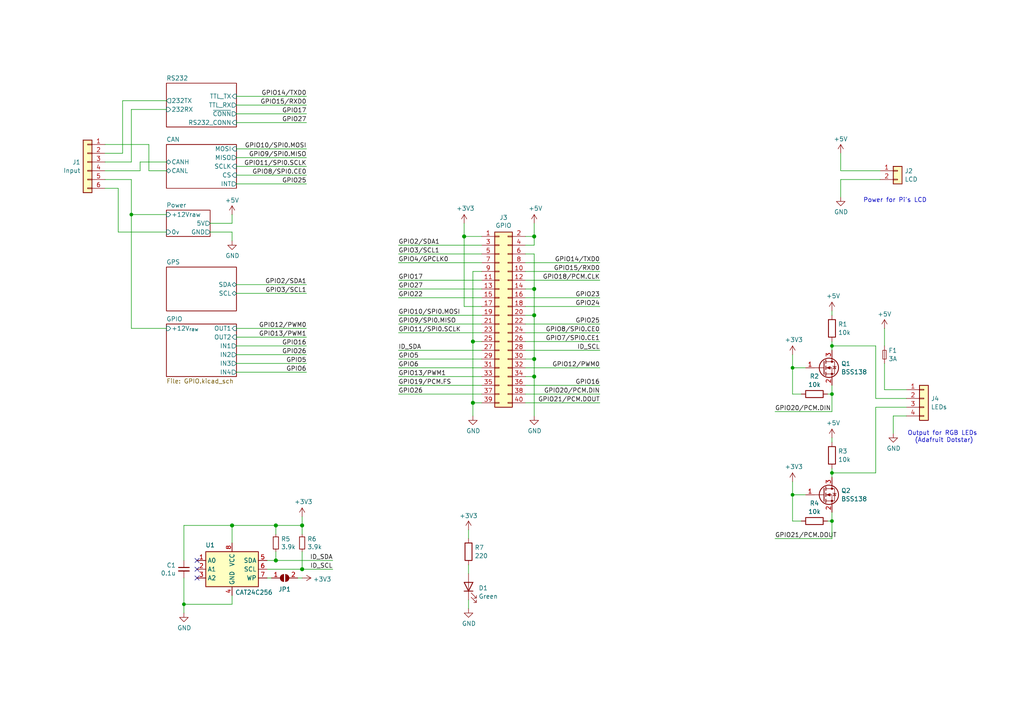
<source format=kicad_sch>
(kicad_sch (version 20231120) (generator "eeschema") (generator_version "8.0")
  (paper "A4")
  (title_block (title "PiDash HAT") (date "2024-04-06") (rev "A") (company "DMS"))
  (lib_symbols
    (symbol "+5V_1" (power) (pin_numbers hide) (pin_names (offset 0) hide)
      (property "Value" "+5V" (at 0 3.556 0))
      (symbol "+5V_1_0_1"
        (polyline (pts (xy -0.762 1.27) (xy 0 2.54)))
        (polyline (pts (xy 0 0) (xy 0 2.54)))
        (polyline (pts (xy 0 2.54) (xy 0.762 1.27)))
      )
      (symbol "+5V_1_1_1"
        (pin power_in line (at 0 0 90) (length 0) (name "~") (number "1"))
      )
    )
    (symbol "+5V_2" (power) (pin_numbers hide) (pin_names (offset 0) hide)
      (property "Value" "+5V" (at 0 3.556 0))
      (symbol "+5V_2_0_1"
        (polyline (pts (xy -0.762 1.27) (xy 0 2.54)))
        (polyline (pts (xy 0 0) (xy 0 2.54)))
        (polyline (pts (xy 0 2.54) (xy 0.762 1.27)))
      )
      (symbol "+5V_2_1_1"
        (pin power_in line (at 0 0 90) (length 0) (name "~") (number "1"))
      )
    )
    (symbol "Connector_Generic:Conn_01x02" (pin_names (offset 1.016) hide)
      (property "Reference" "J" (at 0 2.54 0))
      (property "Value" "Conn_01x02" (at 0 -5.08 0))
      (symbol "Conn_01x02_1_1"
        (rectangle (start -1.27 -2.413) (end 0 -2.667) (stroke (width 0.1524)))
        (rectangle (start -1.27 0.127) (end 0 -0.127) (stroke (width 0.1524)))
        (rectangle (start -1.27 1.27) (end 1.27 -3.81) (stroke (width 0.254)) (fill (type background)))
        (pin passive line (at -5.08 0 0) (length 3.81) (name "Pin_1") (number "1"))
        (pin passive line (at -5.08 -2.54 0) (length 3.81) (name "Pin_2") (number "2"))
      )
    )
    (symbol "Connector_Generic:Conn_01x04" (pin_names (offset 1.016) hide)
      (property "Reference" "J" (at 0 5.08 0))
      (property "Value" "Conn_01x04" (at 0 -7.62 0))
      (symbol "Conn_01x04_1_1"
        (rectangle (start -1.27 -4.953) (end 0 -5.207) (stroke (width 0.1524)))
        (rectangle (start -1.27 -2.413) (end 0 -2.667) (stroke (width 0.1524)))
        (rectangle (start -1.27 0.127) (end 0 -0.127) (stroke (width 0.1524)))
        (rectangle (start -1.27 2.667) (end 0 2.413) (stroke (width 0.1524)))
        (rectangle (start -1.27 3.81) (end 1.27 -6.35) (stroke (width 0.254)) (fill (type background)))
        (pin passive line (at -5.08 2.54 0) (length 3.81) (name "Pin_1") (number "1"))
        (pin passive line (at -5.08 0 0) (length 3.81) (name "Pin_2") (number "2"))
        (pin passive line (at -5.08 -2.54 0) (length 3.81) (name "Pin_3") (number "3"))
        (pin passive line (at -5.08 -5.08 0) (length 3.81) (name "Pin_4") (number "4"))
      )
    )
    (symbol "Connector_Generic:Conn_01x06" (pin_names (offset 1.016) hide)
      (property "Reference" "J" (at 0 7.62 0))
      (property "Value" "Conn_01x06" (at 0 -10.16 0))
      (symbol "Conn_01x06_1_1"
        (rectangle (start -1.27 -7.493) (end 0 -7.747) (stroke (width 0.1524)))
        (rectangle (start -1.27 -4.953) (end 0 -5.207) (stroke (width 0.1524)))
        (rectangle (start -1.27 -2.413) (end 0 -2.667) (stroke (width 0.1524)))
        (rectangle (start -1.27 0.127) (end 0 -0.127) (stroke (width 0.1524)))
        (rectangle (start -1.27 2.667) (end 0 2.413) (stroke (width 0.1524)))
        (rectangle (start -1.27 5.207) (end 0 4.953) (stroke (width 0.1524)))
        (rectangle (start -1.27 6.35) (end 1.27 -8.89) (stroke (width 0.254)) (fill (type background)))
        (pin passive line (at -5.08 5.08 0) (length 3.81) (name "Pin_1") (number "1"))
        (pin passive line (at -5.08 2.54 0) (length 3.81) (name "Pin_2") (number "2"))
        (pin passive line (at -5.08 0 0) (length 3.81) (name "Pin_3") (number "3"))
        (pin passive line (at -5.08 -2.54 0) (length 3.81) (name "Pin_4") (number "4"))
        (pin passive line (at -5.08 -5.08 0) (length 3.81) (name "Pin_5") (number "5"))
        (pin passive line (at -5.08 -7.62 0) (length 3.81) (name "Pin_6") (number "6"))
      )
    )
    (symbol "Connector_Generic:Conn_02x20_Odd_Even" (pin_names (offset 1.016) hide)
      (property "Reference" "J" (at 1.27 25.4 0))
      (property "Value" "Conn_02x20_Odd_Even" (at 1.27 -27.94 0))
      (symbol "Conn_02x20_Odd_Even_1_1"
        (rectangle (start -1.27 -25.273) (end 0 -25.527) (stroke (width 0.1524)))
        (rectangle (start -1.27 -22.733) (end 0 -22.987) (stroke (width 0.1524)))
        (rectangle (start -1.27 -20.193) (end 0 -20.447) (stroke (width 0.1524)))
        (rectangle (start -1.27 -17.653) (end 0 -17.907) (stroke (width 0.1524)))
        (rectangle (start -1.27 -15.113) (end 0 -15.367) (stroke (width 0.1524)))
        (rectangle (start -1.27 -12.573) (end 0 -12.827) (stroke (width 0.1524)))
        (rectangle (start -1.27 -10.033) (end 0 -10.287) (stroke (width 0.1524)))
        (rectangle (start -1.27 -7.493) (end 0 -7.747) (stroke (width 0.1524)))
        (rectangle (start -1.27 -4.953) (end 0 -5.207) (stroke (width 0.1524)))
        (rectangle (start -1.27 -2.413) (end 0 -2.667) (stroke (width 0.1524)))
        (rectangle (start -1.27 0.127) (end 0 -0.127) (stroke (width 0.1524)))
        (rectangle (start -1.27 2.667) (end 0 2.413) (stroke (width 0.1524)))
        (rectangle (start -1.27 5.207) (end 0 4.953) (stroke (width 0.1524)))
        (rectangle (start -1.27 7.747) (end 0 7.493) (stroke (width 0.1524)))
        (rectangle (start -1.27 10.287) (end 0 10.033) (stroke (width 0.1524)))
        (rectangle (start -1.27 12.827) (end 0 12.573) (stroke (width 0.1524)))
        (rectangle (start -1.27 15.367) (end 0 15.113) (stroke (width 0.1524)))
        (rectangle (start -1.27 17.907) (end 0 17.653) (stroke (width 0.1524)))
        (rectangle (start -1.27 20.447) (end 0 20.193) (stroke (width 0.1524)))
        (rectangle (start -1.27 22.987) (end 0 22.733) (stroke (width 0.1524)))
        (rectangle (start -1.27 24.13) (end 3.81 -26.67) (stroke (width 0.254)) (fill (type background)))
        (rectangle (start 3.81 -25.273) (end 2.54 -25.527) (stroke (width 0.1524)))
        (rectangle (start 3.81 -22.733) (end 2.54 -22.987) (stroke (width 0.1524)))
        (rectangle (start 3.81 -20.193) (end 2.54 -20.447) (stroke (width 0.1524)))
        (rectangle (start 3.81 -17.653) (end 2.54 -17.907) (stroke (width 0.1524)))
        (rectangle (start 3.81 -15.113) (end 2.54 -15.367) (stroke (width 0.1524)))
        (rectangle (start 3.81 -12.573) (end 2.54 -12.827) (stroke (width 0.1524)))
        (rectangle (start 3.81 -10.033) (end 2.54 -10.287) (stroke (width 0.1524)))
        (rectangle (start 3.81 -7.493) (end 2.54 -7.747) (stroke (width 0.1524)))
        (rectangle (start 3.81 -4.953) (end 2.54 -5.207) (stroke (width 0.1524)))
        (rectangle (start 3.81 -2.413) (end 2.54 -2.667) (stroke (width 0.1524)))
        (rectangle (start 3.81 0.127) (end 2.54 -0.127) (stroke (width 0.1524)))
        (rectangle (start 3.81 2.667) (end 2.54 2.413) (stroke (width 0.1524)))
        (rectangle (start 3.81 5.207) (end 2.54 4.953) (stroke (width 0.1524)))
        (rectangle (start 3.81 7.747) (end 2.54 7.493) (stroke (width 0.1524)))
        (rectangle (start 3.81 10.287) (end 2.54 10.033) (stroke (width 0.1524)))
        (rectangle (start 3.81 12.827) (end 2.54 12.573) (stroke (width 0.1524)))
        (rectangle (start 3.81 15.367) (end 2.54 15.113) (stroke (width 0.1524)))
        (rectangle (start 3.81 17.907) (end 2.54 17.653) (stroke (width 0.1524)))
        (rectangle (start 3.81 20.447) (end 2.54 20.193) (stroke (width 0.1524)))
        (rectangle (start 3.81 22.987) (end 2.54 22.733) (stroke (width 0.1524)))
        (pin passive line (at -5.08 22.86 0) (length 3.81) (name "Pin_1") (number "1"))
        (pin passive line (at 7.62 12.7 180) (length 3.81) (name "Pin_10") (number "10"))
        (pin passive line (at -5.08 10.16 0) (length 3.81) (name "Pin_11") (number "11"))
        (pin passive line (at 7.62 10.16 180) (length 3.81) (name "Pin_12") (number "12"))
        (pin passive line (at -5.08 7.62 0) (length 3.81) (name "Pin_13") (number "13"))
        (pin passive line (at 7.62 7.62 180) (length 3.81) (name "Pin_14") (number "14"))
        (pin passive line (at -5.08 5.08 0) (length 3.81) (name "Pin_15") (number "15"))
        (pin passive line (at 7.62 5.08 180) (length 3.81) (name "Pin_16") (number "16"))
        (pin passive line (at -5.08 2.54 0) (length 3.81) (name "Pin_17") (number "17"))
        (pin passive line (at 7.62 2.54 180) (length 3.81) (name "Pin_18") (number "18"))
        (pin passive line (at -5.08 0 0) (length 3.81) (name "Pin_19") (number "19"))
        (pin passive line (at 7.62 22.86 180) (length 3.81) (name "Pin_2") (number "2"))
        (pin passive line (at 7.62 0 180) (length 3.81) (name "Pin_20") (number "20"))
        (pin passive line (at -5.08 -2.54 0) (length 3.81) (name "Pin_21") (number "21"))
        (pin passive line (at 7.62 -2.54 180) (length 3.81) (name "Pin_22") (number "22"))
        (pin passive line (at -5.08 -5.08 0) (length 3.81) (name "Pin_23") (number "23"))
        (pin passive line (at 7.62 -5.08 180) (length 3.81) (name "Pin_24") (number "24"))
        (pin passive line (at -5.08 -7.62 0) (length 3.81) (name "Pin_25") (number "25"))
        (pin passive line (at 7.62 -7.62 180) (length 3.81) (name "Pin_26") (number "26"))
        (pin passive line (at -5.08 -10.16 0) (length 3.81) (name "Pin_27") (number "27"))
        (pin passive line (at 7.62 -10.16 180) (length 3.81) (name "Pin_28") (number "28"))
        (pin passive line (at -5.08 -12.7 0) (length 3.81) (name "Pin_29") (number "29"))
        (pin passive line (at -5.08 20.32 0) (length 3.81) (name "Pin_3") (number "3"))
        (pin passive line (at 7.62 -12.7 180) (length 3.81) (name "Pin_30") (number "30"))
        (pin passive line (at -5.08 -15.24 0) (length 3.81) (name "Pin_31") (number "31"))
        (pin passive line (at 7.62 -15.24 180) (length 3.81) (name "Pin_32") (number "32"))
        (pin passive line (at -5.08 -17.78 0) (length 3.81) (name "Pin_33") (number "33"))
        (pin passive line (at 7.62 -17.78 180) (length 3.81) (name "Pin_34") (number "34"))
        (pin passive line (at -5.08 -20.32 0) (length 3.81) (name "Pin_35") (number "35"))
        (pin passive line (at 7.62 -20.32 180) (length 3.81) (name "Pin_36") (number "36"))
        (pin passive line (at -5.08 -22.86 0) (length 3.81) (name "Pin_37") (number "37"))
        (pin passive line (at 7.62 -22.86 180) (length 3.81) (name "Pin_38") (number "38"))
        (pin passive line (at -5.08 -25.4 0) (length 3.81) (name "Pin_39") (number "39"))
        (pin passive line (at 7.62 20.32 180) (length 3.81) (name "Pin_4") (number "4"))
        (pin passive line (at 7.62 -25.4 180) (length 3.81) (name "Pin_40") (number "40"))
        (pin passive line (at -5.08 17.78 0) (length 3.81) (name "Pin_5") (number "5"))
        (pin passive line (at 7.62 17.78 180) (length 3.81) (name "Pin_6") (number "6"))
        (pin passive line (at -5.08 15.24 0) (length 3.81) (name "Pin_7") (number "7"))
        (pin passive line (at 7.62 15.24 180) (length 3.81) (name "Pin_8") (number "8"))
        (pin passive line (at -5.08 12.7 0) (length 3.81) (name "Pin_9") (number "9"))
      )
    )
    (symbol "Device:C_Small" (pin_numbers hide) (pin_names (offset 0.254) hide)
      (property "Reference" "C" (at 0.254 1.778 0))
      (property "Value" "C_Small" (at 0.254 -2.032 0))
      (symbol "C_Small_0_1"
        (polyline (pts (xy -1.524 -0.508) (xy 1.524 -0.508)) (stroke (width 0.3302)))
        (polyline (pts (xy -1.524 0.508) (xy 1.524 0.508)) (stroke (width 0.3048)))
      )
      (symbol "C_Small_1_1"
        (pin passive line (at 0 2.54 270) (length 2.032) (name "~") (number "1"))
        (pin passive line (at 0 -2.54 90) (length 2.032) (name "~") (number "2"))
      )
    )
    (symbol "Device:Fuse_Small" (pin_numbers hide) (pin_names (offset 0.254) hide)
      (property "Reference" "F" (at 0 -1.524 0))
      (property "Value" "Fuse_Small" (at 0 1.524 0))
      (symbol "Fuse_Small_0_1"
        (rectangle (start -1.27 0.508) (end 1.27 -0.508))
        (polyline (pts (xy -1.27 0) (xy 1.27 0)))
      )
      (symbol "Fuse_Small_1_1"
        (pin passive line (at -2.54 0 0) (length 1.27) (name "~") (number "1"))
        (pin passive line (at 2.54 0 180) (length 1.27) (name "~") (number "2"))
      )
    )
    (symbol "Device:LED" (pin_numbers hide) (pin_names (offset 1.016) hide)
      (property "Reference" "D" (at 0 2.54 0))
      (property "Value" "LED" (at 0 -2.54 0))
      (symbol "LED_0_1"
        (polyline (pts (xy -1.27 -1.27) (xy -1.27 1.27)) (stroke (width 0.254)))
        (polyline (pts (xy -1.27 0) (xy 1.27 0)))
        (polyline (pts (xy 1.27 -1.27) (xy 1.27 1.27) (xy -1.27 0) (xy 1.27 -1.27)) (stroke (width 0.254)))
        (polyline (pts (xy -3.048 -0.762) (xy -4.572 -2.286) (xy -3.81 -2.286) (xy -4.572 -2.286) (xy -4.572 -1.524)))
        (polyline (pts (xy -1.778 -0.762) (xy -3.302 -2.286) (xy -2.54 -2.286) (xy -3.302 -2.286) (xy -3.302 -1.524)))
      )
      (symbol "LED_1_1"
        (pin passive line (at -3.81 0 0) (length 2.54) (name "K") (number "1"))
        (pin passive line (at 3.81 0 180) (length 2.54) (name "A") (number "2"))
      )
    )
    (symbol "Device:R" (pin_numbers hide) (pin_names (offset 0))
      (property "Reference" "R" (at 2.032 0 90))
      (property "Value" "R" (at 0 0 90))
      (symbol "R_0_1"
        (rectangle (start -1.016 -2.54) (end 1.016 2.54) (stroke (width 0.254)))
      )
      (symbol "R_1_1"
        (pin passive line (at 0 3.81 270) (length 1.27) (name "~") (number "1"))
        (pin passive line (at 0 -3.81 90) (length 1.27) (name "~") (number "2"))
      )
    )
    (symbol "Device:R_Small" (pin_numbers hide) (pin_names (offset 0.254) hide)
      (property "Reference" "R" (at 0.762 0.508 0))
      (property "Value" "R_Small" (at 0.762 -1.016 0))
      (symbol "R_Small_0_1"
        (rectangle (start -0.762 1.778) (end 0.762 -1.778) (stroke (width 0.2032)))
      )
      (symbol "R_Small_1_1"
        (pin passive line (at 0 2.54 270) (length 0.762) (name "~") (number "1"))
        (pin passive line (at 0 -2.54 90) (length 0.762) (name "~") (number "2"))
      )
    )
    (symbol "Jumper:SolderJumper_2_Open" (pin_names (offset 0) hide)
      (property "Reference" "JP" (at 0 2.032 0))
      (property "Value" "SolderJumper_2_Open" (at 0 -2.54 0))
      (symbol "SolderJumper_2_Open_0_1"
        (arc (start -0.254 1.016) (mid -1.2656 0) (end -0.254 -1.016))
        (arc (start -0.254 1.016) (mid -1.2656 0) (end -0.254 -1.016) (fill (type outline)))
        (polyline (pts (xy -0.254 1.016) (xy -0.254 -1.016)))
        (polyline (pts (xy 0.254 1.016) (xy 0.254 -1.016)))
        (arc (start 0.254 -1.016) (mid 1.2656 0) (end 0.254 1.016))
        (arc (start 0.254 -1.016) (mid 1.2656 0) (end 0.254 1.016) (fill (type outline)))
      )
      (symbol "SolderJumper_2_Open_1_1"
        (pin passive line (at -3.81 0 0) (length 2.54) (name "A") (number "1"))
        (pin passive line (at 3.81 0 180) (length 2.54) (name "B") (number "2"))
      )
    )
    (symbol "Memory_EEPROM:CAT24C256"
      (property "Reference" "U" (at -6.35 6.35 0))
      (property "Value" "CAT24C256" (at 1.27 6.35 0))
      (symbol "CAT24C256_1_1"
        (rectangle (start -7.62 5.08) (end 7.62 -5.08) (stroke (width 0.254)) (fill (type background)))
        (pin input line (at -10.16 2.54 0) (length 2.54) (name "A0") (number "1"))
        (pin input line (at -10.16 0 0) (length 2.54) (name "A1") (number "2"))
        (pin input line (at -10.16 -2.54 0) (length 2.54) (name "A2") (number "3"))
        (pin power_in line (at 0 -7.62 90) (length 2.54) (name "GND") (number "4"))
        (pin bidirectional line (at 10.16 2.54 180) (length 2.54) (name "SDA") (number "5"))
        (pin input line (at 10.16 0 180) (length 2.54) (name "SCL") (number "6"))
        (pin input line (at 10.16 -2.54 180) (length 2.54) (name "WP") (number "7"))
        (pin power_in line (at 0 7.62 270) (length 2.54) (name "VCC") (number "8"))
      )
    )
    (symbol "Transistor_FET:BSS138" (pin_names hide)
      (property "Reference" "Q" (at 5.08 1.905 0))
      (property "Value" "BSS138" (at 5.08 0 0))
      (symbol "BSS138_0_1"
        (polyline (pts (xy 0.254 0) (xy -2.54 0)))
        (polyline (pts (xy 0.254 1.905) (xy 0.254 -1.905)) (stroke (width 0.254)))
        (polyline (pts (xy 0.762 -1.27) (xy 0.762 -2.286)) (stroke (width 0.254)))
        (polyline (pts (xy 0.762 0.508) (xy 0.762 -0.508)) (stroke (width 0.254)))
        (polyline (pts (xy 0.762 2.286) (xy 0.762 1.27)) (stroke (width 0.254)))
        (polyline (pts (xy 2.54 2.54) (xy 2.54 1.778)))
        (polyline (pts (xy 2.54 -2.54) (xy 2.54 0) (xy 0.762 0)))
        (polyline (pts (xy 0.762 -1.778) (xy 3.302 -1.778) (xy 3.302 1.778) (xy 0.762 1.778)))
        (polyline (pts (xy 1.016 0) (xy 2.032 0.381) (xy 2.032 -0.381) (xy 1.016 0)) (fill (type outline)))
        (polyline (pts (xy 2.794 0.508) (xy 2.921 0.381) (xy 3.683 0.381) (xy 3.81 0.254)))
        (polyline (pts (xy 3.302 0.381) (xy 2.921 -0.254) (xy 3.683 -0.254) (xy 3.302 0.381)))
        (circle (center 1.651 0) (radius 2.794) (stroke (width 0.254)))
        (circle (center 2.54 -1.778) (radius 0.254) (fill (type outline)))
        (circle (center 2.54 1.778) (radius 0.254) (fill (type outline)))
      )
      (symbol "BSS138_1_1"
        (pin input line (at -5.08 0 0) (length 2.54) (name "G") (number "1"))
        (pin passive line (at 2.54 -5.08 90) (length 2.54) (name "S") (number "2"))
        (pin passive line (at 2.54 5.08 270) (length 2.54) (name "D") (number "3"))
      )
    )
    (symbol "power:+3.3V" (power) (pin_names (offset 0))
      (property "Value" "+3.3V" (at 0 3.556 0))
      (symbol "+3.3V_0_1"
        (polyline (pts (xy -0.762 1.27) (xy 0 2.54)))
        (polyline (pts (xy 0 0) (xy 0 2.54)))
        (polyline (pts (xy 0 2.54) (xy 0.762 1.27)))
      )
      (symbol "+3.3V_1_1"
        (pin power_in line (at 0 0 90) (length 0) hide (name "+3V3") (number "1"))
      )
    )
    (symbol "power:+5V" (power) (pin_names (offset 0))
      (property "Value" "+5V" (at 0 3.556 0))
      (symbol "+5V_0_1"
        (polyline (pts (xy -0.762 1.27) (xy 0 2.54)))
        (polyline (pts (xy 0 0) (xy 0 2.54)))
        (polyline (pts (xy 0 2.54) (xy 0.762 1.27)))
      )
      (symbol "+5V_1_1"
        (pin power_in line (at 0 0 90) (length 0) hide (name "+5V") (number "1"))
      )
    )
    (symbol "power:GND" (power) (pin_names (offset 0))
      (property "Value" "GND" (at 0 -3.81 0))
      (symbol "GND_0_1"
        (polyline (pts (xy 0 0) (xy 0 -1.27) (xy 1.27 -1.27) (xy 0 -2.54) (xy -1.27 -1.27) (xy 0 -1.27)))
      )
      (symbol "GND_1_1"
        (pin power_in line (at 0 0 270) (length 0) hide (name "GND") (number "1"))
      )
    )
  )
  (junction (at 80.01 162.56) (diameter 1.016))
  (junction (at 241.3 137.16))
  (junction (at 154.94 68.58) (diameter 1.016))
  (junction (at 154.94 83.82) (diameter 1.016))
  (junction (at 67.31 152.4) (diameter 1.016))
  (junction (at 87.63 152.4) (diameter 1.016))
  (junction (at 241.3 100.33))
  (junction (at 241.3 151.13))
  (junction (at 53.34 175.26))
  (junction (at 229.87 106.68))
  (junction (at 137.16 116.84) (diameter 1.016))
  (junction (at 137.16 99.06) (diameter 1.016))
  (junction (at 154.94 109.22) (diameter 1.016))
  (junction (at 38.1 62.23))
  (junction (at 154.94 104.14) (diameter 1.016))
  (junction (at 154.94 91.44) (diameter 1.016))
  (junction (at 87.63 165.1) (diameter 1.016))
  (junction (at 229.87 143.51))
  (junction (at 241.3 114.3))
  (junction (at 134.62 68.58) (diameter 1.016))
  (junction (at 80.01 152.4) (diameter 1.016))
  (no_connect (at 57.15 162.56))
  (no_connect (at 57.15 165.1))
  (no_connect (at 57.15 167.64))
  (wire (pts (xy 137.16 99.06) (xy 137.16 116.84)))
  (wire (pts (xy 38.1 31.75) (xy 38.1 46.99)))
  (wire (pts (xy 152.4 99.06) (xy 173.99 99.06)))
  (wire (pts (xy 135.89 153.67) (xy 135.89 156.21)))
  (wire (pts (xy 139.7 81.28) (xy 115.57 81.28)))
  (wire (pts (xy 67.31 152.4) (xy 80.01 152.4)))
  (wire (pts (xy 87.63 152.4) (xy 80.01 152.4)))
  (wire (pts (xy 87.63 154.94) (xy 87.63 152.4)))
  (wire (pts (xy 241.3 119.38) (xy 241.3 114.3)))
  (wire (pts (xy 154.94 73.66) (xy 154.94 83.82)))
  (wire (pts (xy 154.94 91.44) (xy 152.4 91.44)))
  (wire (pts (xy 68.58 102.87) (xy 88.9 102.87)))
  (wire (pts (xy 68.58 97.79) (xy 88.9 97.79)))
  (wire (pts (xy 154.94 104.14) (xy 154.94 109.22)))
  (wire (pts (xy 229.87 106.68) (xy 229.87 114.3)))
  (wire (pts (xy 224.79 119.38) (xy 241.3 119.38)))
  (wire (pts (xy 68.58 43.18) (xy 88.9 43.18)))
  (wire (pts (xy 241.3 135.89) (xy 241.3 137.16)))
  (wire (pts (xy 135.89 176.53) (xy 135.89 173.99)))
  (wire (pts (xy 254 100.33) (xy 241.3 100.33)))
  (wire (pts (xy 154.94 91.44) (xy 154.94 104.14)))
  (wire (pts (xy 135.89 163.83) (xy 135.89 166.37)))
  (wire (pts (xy 152.4 76.2) (xy 173.99 76.2)))
  (wire (pts (xy 137.16 78.74) (xy 137.16 99.06)))
  (wire (pts (xy 77.47 162.56) (xy 80.01 162.56)))
  (wire (pts (xy 80.01 162.56) (xy 96.52 162.56)))
  (wire (pts (xy 68.58 107.95) (xy 88.9 107.95)))
  (wire (pts (xy 241.3 156.21) (xy 241.3 151.13)))
  (wire (pts (xy 254 115.57) (xy 254 100.33)))
  (wire (pts (xy 254 137.16) (xy 254 118.11)))
  (wire (pts (xy 259.08 120.65) (xy 262.89 120.65)))
  (wire (pts (xy 137.16 78.74) (xy 139.7 78.74)))
  (wire (pts (xy 40.64 46.99) (xy 40.64 49.53)))
  (wire (pts (xy 77.47 167.64) (xy 78.74 167.64)))
  (wire (pts (xy 86.36 167.64) (xy 87.63 167.64)))
  (wire (pts (xy 152.4 96.52) (xy 173.99 96.52)))
  (wire (pts (xy 68.58 105.41) (xy 88.9 105.41)))
  (wire (pts (xy 139.7 101.6) (xy 115.57 101.6)))
  (wire (pts (xy 115.57 104.14) (xy 139.7 104.14)))
  (wire (pts (xy 34.29 54.61) (xy 34.29 67.31)))
  (wire (pts (xy 229.87 143.51) (xy 233.68 143.51)))
  (wire (pts (xy 229.87 102.87) (xy 229.87 106.68)))
  (wire (pts (xy 68.58 30.48) (xy 88.9 30.48)))
  (wire (pts (xy 68.58 33.02) (xy 88.9 33.02)))
  (wire (pts (xy 137.16 99.06) (xy 139.7 99.06)))
  (wire (pts (xy 87.63 149.86) (xy 87.63 152.4)))
  (wire (pts (xy 152.4 86.36) (xy 173.99 86.36)))
  (wire (pts (xy 67.31 152.4) (xy 67.31 157.48)))
  (wire (pts (xy 38.1 62.23) (xy 48.26 62.23)))
  (wire (pts (xy 48.26 95.25) (xy 38.1 95.25)))
  (wire (pts (xy 34.29 54.61) (xy 30.48 54.61)))
  (wire (pts (xy 43.18 41.91) (xy 43.18 49.53)))
  (wire (pts (xy 68.58 27.94) (xy 88.9 27.94)))
  (wire (pts (xy 152.4 116.84) (xy 173.99 116.84)))
  (wire (pts (xy 137.16 116.84) (xy 137.16 120.65)))
  (wire (pts (xy 68.58 50.8) (xy 88.9 50.8)))
  (wire (pts (xy 115.57 83.82) (xy 139.7 83.82)))
  (wire (pts (xy 87.63 160.02) (xy 87.63 165.1)))
  (wire (pts (xy 134.62 64.77) (xy 134.62 68.58)))
  (wire (pts (xy 67.31 64.77) (xy 67.31 62.23)))
  (wire (pts (xy 154.94 109.22) (xy 152.4 109.22)))
  (wire (pts (xy 68.58 45.72) (xy 88.9 45.72)))
  (wire (pts (xy 254 118.11) (xy 262.89 118.11)))
  (wire (pts (xy 115.57 73.66) (xy 139.7 73.66)))
  (wire (pts (xy 240.03 151.13) (xy 241.3 151.13)))
  (wire (pts (xy 30.48 41.91) (xy 43.18 41.91)))
  (wire (pts (xy 38.1 95.25) (xy 38.1 62.23)))
  (wire (pts (xy 30.48 46.99) (xy 38.1 46.99)))
  (wire (pts (xy 115.57 96.52) (xy 139.7 96.52)))
  (wire (pts (xy 68.58 82.55) (xy 88.9 82.55)))
  (wire (pts (xy 134.62 88.9) (xy 139.7 88.9)))
  (wire (pts (xy 30.48 52.07) (xy 38.1 52.07)))
  (wire (pts (xy 139.7 71.12) (xy 115.57 71.12)))
  (wire (pts (xy 243.84 44.45) (xy 243.84 49.53)))
  (wire (pts (xy 232.41 151.13) (xy 229.87 151.13)))
  (wire (pts (xy 68.58 48.26) (xy 88.9 48.26)))
  (wire (pts (xy 154.94 68.58) (xy 154.94 71.12)))
  (wire (pts (xy 43.18 49.53) (xy 48.26 49.53)))
  (wire (pts (xy 154.94 83.82) (xy 154.94 91.44)))
  (wire (pts (xy 241.3 114.3) (xy 241.3 111.76)))
  (wire (pts (xy 152.4 81.28) (xy 173.99 81.28)))
  (wire (pts (xy 154.94 83.82) (xy 152.4 83.82)))
  (wire (pts (xy 229.87 143.51) (xy 229.87 151.13)))
  (wire (pts (xy 256.54 113.03) (xy 262.89 113.03)))
  (wire (pts (xy 35.56 29.21) (xy 35.56 44.45)))
  (wire (pts (xy 154.94 64.77) (xy 154.94 68.58)))
  (wire (pts (xy 115.57 76.2) (xy 139.7 76.2)))
  (wire (pts (xy 34.29 67.31) (xy 48.26 67.31)))
  (wire (pts (xy 256.54 105.41) (xy 256.54 113.03)))
  (wire (pts (xy 80.01 152.4) (xy 80.01 154.94)))
  (wire (pts (xy 67.31 67.31) (xy 67.31 69.85)))
  (wire (pts (xy 30.48 44.45) (xy 35.56 44.45)))
  (wire (pts (xy 154.94 68.58) (xy 152.4 68.58)))
  (wire (pts (xy 38.1 31.75) (xy 48.26 31.75)))
  (wire (pts (xy 134.62 68.58) (xy 134.62 88.9)))
  (wire (pts (xy 152.4 88.9) (xy 173.99 88.9)))
  (wire (pts (xy 152.4 78.74) (xy 173.99 78.74)))
  (wire (pts (xy 80.01 160.02) (xy 80.01 162.56)))
  (wire (pts (xy 77.47 165.1) (xy 87.63 165.1)))
  (wire (pts (xy 87.63 165.1) (xy 96.52 165.1)))
  (wire (pts (xy 48.26 46.99) (xy 40.64 46.99)))
  (wire (pts (xy 115.57 86.36) (xy 139.7 86.36)))
  (wire (pts (xy 60.96 64.77) (xy 67.31 64.77)))
  (wire (pts (xy 115.57 93.98) (xy 139.7 93.98)))
  (wire (pts (xy 60.96 67.31) (xy 67.31 67.31)))
  (wire (pts (xy 38.1 52.07) (xy 38.1 62.23)))
  (wire (pts (xy 115.57 106.68) (xy 139.7 106.68)))
  (wire (pts (xy 154.94 71.12) (xy 152.4 71.12)))
  (wire (pts (xy 68.58 53.34) (xy 88.9 53.34)))
  (wire (pts (xy 241.3 90.17) (xy 241.3 91.44)))
  (wire (pts (xy 241.3 137.16) (xy 241.3 138.43)))
  (wire (pts (xy 115.57 111.76) (xy 139.7 111.76)))
  (wire (pts (xy 152.4 111.76) (xy 173.99 111.76)))
  (wire (pts (xy 40.64 49.53) (xy 30.48 49.53)))
  (wire (pts (xy 152.4 106.68) (xy 173.99 106.68)))
  (wire (pts (xy 137.16 116.84) (xy 139.7 116.84)))
  (wire (pts (xy 241.3 151.13) (xy 241.3 148.59)))
  (wire (pts (xy 262.89 115.57) (xy 254 115.57)))
  (wire (pts (xy 152.4 114.3) (xy 173.99 114.3)))
  (wire (pts (xy 224.79 156.21) (xy 241.3 156.21)))
  (wire (pts (xy 154.94 73.66) (xy 152.4 73.66)))
  (wire (pts (xy 68.58 85.09) (xy 88.9 85.09)))
  (wire (pts (xy 115.57 114.3) (xy 139.7 114.3)))
  (wire (pts (xy 256.54 95.25) (xy 256.54 100.33)))
  (wire (pts (xy 68.58 100.33) (xy 88.9 100.33)))
  (wire (pts (xy 241.3 137.16) (xy 254 137.16)))
  (wire (pts (xy 232.41 114.3) (xy 229.87 114.3)))
  (wire (pts (xy 241.3 99.06) (xy 241.3 100.33)))
  (wire (pts (xy 53.34 152.4) (xy 53.34 162.56)))
  (wire (pts (xy 53.34 167.64) (xy 53.34 175.26)))
  (wire (pts (xy 53.34 175.26) (xy 67.31 175.26)))
  (wire (pts (xy 67.31 152.4) (xy 53.34 152.4)))
  (wire (pts (xy 67.31 172.72) (xy 67.31 175.26)))
  (wire (pts (xy 53.34 175.26) (xy 53.34 177.8)))
  (wire (pts (xy 68.58 35.56) (xy 88.9 35.56)))
  (wire (pts (xy 259.08 125.73) (xy 259.08 120.65)))
  (wire (pts (xy 154.94 109.22) (xy 154.94 120.65)))
  (wire (pts (xy 68.58 95.25) (xy 88.9 95.25)))
  (wire (pts (xy 152.4 93.98) (xy 173.99 93.98)))
  (wire (pts (xy 139.7 109.22) (xy 115.57 109.22)))
  (wire (pts (xy 241.3 127) (xy 241.3 128.27)))
  (wire (pts (xy 154.94 104.14) (xy 152.4 104.14)))
  (wire (pts (xy 229.87 106.68) (xy 233.68 106.68)))
  (wire (pts (xy 35.56 29.21) (xy 48.26 29.21)))
  (wire (pts (xy 134.62 68.58) (xy 139.7 68.58)))
  (wire (pts (xy 240.03 114.3) (xy 241.3 114.3)))
  (wire (pts (xy 229.87 139.7) (xy 229.87 143.51)))
  (wire (pts (xy 243.84 52.07) (xy 255.27 52.07)))
  (wire (pts (xy 241.3 100.33) (xy 241.3 101.6)))
  (wire (pts (xy 243.84 52.07) (xy 243.84 57.15)))
  (wire (pts (xy 139.7 91.44) (xy 115.57 91.44)))
  (wire (pts (xy 152.4 101.6) (xy 173.99 101.6)))
  (wire (pts (xy 243.84 49.53) (xy 255.27 49.53)))
  (text "Output for RGB LEDs \n(Adafruit Dotstar)" (at 273.812 126.746 0) (effects (font (size 1.27 1.27))))
  (text "Power for Pi's LCD" (at 259.588 58.166 0) (effects (font (size 1.27 1.27))))
  (label "ID_SDA" (at 115.57 101.6 0))
  (label "GPIO6" (at 115.57 106.68 0))
  (label "GPIO17" (at 88.9 33.02 180))
  (label "GPIO11{slash}SPI0.SCLK" (at 88.9 48.26 180))
  (label "ID_SDA" (at 96.52 162.56 180))
  (label "GPIO3{slash}SCL1" (at 88.9 85.09 180))
  (label "ID_SCL" (at 173.99 101.6 180))
  (label "GPIO5" (at 115.57 104.14 0))
  (label "GPIO2{slash}SDA1" (at 88.9 82.55 180))
  (label "GPIO21{slash}PCM.DOUT" (at 173.99 116.84 180))
  (label "GPIO19{slash}PCM.FS" (at 115.57 111.76 0))
  (label "GPIO10{slash}SPI0.MOSI" (at 115.57 91.44 0))
  (label "GPIO9{slash}SPI0.MISO" (at 115.57 93.98 0))
  (label "GPIO23" (at 173.99 86.36 180))
  (label "GPIO9{slash}SPI0.MISO" (at 88.9 45.72 180))
  (label "GPIO4{slash}GPCLK0" (at 115.57 76.2 0))
  (label "GPIO27" (at 115.57 83.82 0))
  (label "GPIO26" (at 115.57 114.3 0))
  (label "GPIO14{slash}TXD0" (at 173.99 76.2 180))
  (label "GPIO8{slash}SPI0.CE0" (at 173.99 96.52 180))
  (label "GPIO15{slash}RXD0" (at 173.99 78.74 180))
  (label "GPIO12{slash}PWM0" (at 88.9 95.25 180))
  (label "GPIO16" (at 173.99 111.76 180))
  (label "GPIO13{slash}PWM1" (at 88.9 97.79 180))
  (label "GPIO22" (at 115.57 86.36 0))
  (label "GPIO6" (at 88.9 107.95 180))
  (label "GPIO2{slash}SDA1" (at 115.57 71.12 0))
  (label "GPIO17" (at 115.57 81.28 0))
  (label "GPIO25" (at 173.99 93.98 180))
  (label "GPIO3{slash}SCL1" (at 115.57 73.66 0))
  (label "GPIO18{slash}PCM.CLK" (at 173.99 81.28 180))
  (label "GPIO10{slash}SPI0.MOSI" (at 88.9 43.18 180))
  (label "GPIO12{slash}PWM0" (at 173.99 106.68 180))
  (label "GPIO5" (at 88.9 105.41 180))
  (label "GPIO14{slash}TXD0" (at 88.9 27.94 180))
  (label "GPIO13{slash}PWM1" (at 115.57 109.22 0))
  (label "GPIO20{slash}PCM.DIN" (at 173.99 114.3 180))
  (label "GPIO24" (at 173.99 88.9 180))
  (label "GPIO7{slash}SPI0.CE1" (at 173.99 99.06 180))
  (label "GPIO20{slash}PCM.DIN" (at 224.79 119.38 0))
  (label "GPIO25" (at 88.9 53.34 180))
  (label "GPIO15{slash}RXD0" (at 88.9 30.48 180))
  (label "GPIO8{slash}SPI0.CE0" (at 88.9 50.8 180))
  (label "ID_SCL" (at 96.52 165.1 180))
  (label "GPIO21{slash}PCM.DOUT" (at 224.79 156.21 0))
  (label "GPIO26" (at 88.9 102.87 180))
  (label "GPIO27" (at 88.9 35.56 180))
  (label "GPIO16" (at 88.9 100.33 180))
  (label "GPIO11{slash}SPI0.SCLK" (at 115.57 96.52 0))
  (symbol (lib_id "power:+5V") (at 154.94 64.77 0) (unit 1)
    (property "Reference" "#PWR05" (effects (hide yes)))
    (property "Value" "+5V" (at 155.3083 60.4456 0))
  )
  (symbol (lib_id "power:+3.3V") (at 134.62 64.77 0) (unit 1)
    (property "Reference" "#PWR04" (effects (hide yes)))
    (property "Value" "+3V3" (at 134.9883 60.4456 0))
  )
  (symbol (lib_id "power:GND") (at 154.94 120.65 0) (unit 1)
    (property "Reference" "#PWR011" (effects (hide yes)))
    (property "Value" "GND" (at 155.0543 124.9744 0))
  )
  (symbol (lib_id "power:GND") (at 137.16 120.65 0) (unit 1)
    (property "Reference" "#PWR010" (effects (hide yes)))
    (property "Value" "GND" (at 137.2743 124.9744 0))
  )
  (symbol (lib_id "Connector_Generic:Conn_02x20_Odd_Even") (at 144.78 91.44 0) (unit 1)
    (property "Reference" "J3" (at 146.05 63.0998 0))
    (property "Value" "GPIO" (at 146.05 65.405 0))
    (property "Footprint" "Connector_PinSocket_2.54mm:PinSocket_2x20_P2.54mm_Vertical" (effects (hide yes)))
    (property "Mfg Part Number" "SSQ-120-01-F-D" (effects (hide yes)))
  )
  (symbol (lib_id "power:+5V") (at 241.3 90.17 0) (unit 1)
    (property "Reference" "#PWR07" (effects (hide yes)))
    (property "Value" "+5V" (at 241.6683 85.8456 0))
  )
  (symbol (lib_id "Device:C_Small") (at 53.34 165.1 0) (unit 1)
    (property "Reference" "C1" (at 51.0158 163.9506 0) (effects (justify right)))
    (property "Value" "0.1u" (at 51.0158 166.2493 0) (effects (justify right)))
    (property "Footprint" "Capacitor_SMD:C_0603_1608Metric_Pad1.08x0.95mm_HandSolder" (effects (hide yes)))
    (property "Mfg Part Number" "CGA3E2X8R1E104K080AA" (effects (hide yes)))
  )
  (symbol (lib_name "+5V_2") (lib_id "power:+5V") (at 243.84 44.45 0) (unit 1)
    (property "Reference" "#PWR01" (effects (hide yes)))
    (property "Value" "+5V" (at 243.84 40.3169 0))
    (property "Description" "Power symbol creates a global label with name \"+5V\"" (effects (hide yes)))
  )
  (symbol (lib_id "Device:R_Small") (at 80.01 157.48 0) (unit 1)
    (property "Reference" "R5" (at 81.5086 156.337 0) (effects (justify left)))
    (property "Value" "3.9k" (at 81.5087 158.6293 0) (effects (justify left)))
    (property "Footprint" "Resistor_SMD:R_0603_1608Metric_Pad0.98x0.95mm_HandSolder" (effects (hide yes)))
  )
  (symbol (lib_id "Connector_Generic:Conn_01x06") (at 25.4 46.99 0) (mirror y) (unit 1)
    (property "Reference" "J1" (at 23.368 47.0478 0) (effects (justify left)))
    (property "Value" "Input" (at 23.368 49.4721 0) (effects (justify left)))
    (property "Footprint" "Connector_Molex:Molex_Nano-Fit_105314-xx06_2x03_P2.50mm_Horizontal" (effects (hide yes)))
    (property "Description" "Generic connector, single row, 01x06, script generated (kicad-library-utils/schlib/autogen/connector/)" (effects (hide yes)))
    (property "Mfg Part Number" "105314-1106" (effects (hide yes)))
  )
  (symbol (lib_id "Device:R") (at 241.3 95.25 0) (mirror y) (unit 1)
    (property "Reference" "R1" (at 243.078 94.0378 0) (effects (justify right)))
    (property "Value" "10k" (at 243.078 96.4621 0) (effects (justify right)))
    (property "Footprint" "Resistor_SMD:R_0603_1608Metric_Pad0.98x0.95mm_HandSolder" (effects (hide yes)))
    (property "Description" "Resistor" (effects (hide yes)))
  )
  (symbol (lib_id "Device:LED") (at 135.89 170.18 90) (unit 1)
    (property "Reference" "D1" (at 138.811 170.5553 90) (effects (justify right)))
    (property "Value" "Green" (at 138.811 172.9796 90) (effects (justify right)))
    (property "Footprint" "LED_SMD:LED_0603_1608Metric_Pad1.05x0.95mm_HandSolder" (effects (hide yes)))
    (property "Description" "Light emitting diode" (effects (hide yes)))
    (property "Mfg Part Number" " HSMG-C190" (effects (hide yes)))
  )
  (symbol (lib_id "power:GND") (at 135.89 176.53 0) (unit 1)
    (property "Reference" "#PWR018" (effects (hide yes)))
    (property "Value" "GND" (at 136.0043 180.8544 0))
  )
  (symbol (lib_id "Connector_Generic:Conn_01x04") (at 267.97 115.57 0) (unit 1)
    (property "Reference" "J4" (at 270.002 115.6278 0) (effects (justify left)))
    (property "Value" "LEDs" (at 270.002 118.0521 0) (effects (justify left)))
    (property "Footprint" "Connector_Molex:Molex_Nano-Fit_105314-xx04_2x02_P2.50mm_Horizontal" (effects (hide yes)))
    (property "Description" "Generic connector, single row, 01x04, script generated (kicad-library-utils/schlib/autogen/connector/)" (effects (hide yes)))
    (property "Mfg Part Number" "105314-1104" (effects (hide yes)))
  )
  (symbol (lib_id "Jumper:SolderJumper_2_Open") (at 82.55 167.64 0) (unit 1)
    (property "Reference" "JP1" (at 82.55 170.923 0))
    (property "Value" "ID_WP" (effects (hide yes)))
    (property "Footprint" "Jumper:SolderJumper-2_P1.3mm_Open_RoundedPad1.0x1.5mm" (effects (hide yes)))
    (property "Mfg Part Number" "--" (effects (hide yes)))
  )
  (symbol (lib_id "power:GND") (at 67.31 69.85 0) (unit 1)
    (property "Reference" "#PWR06" (effects (hide yes)))
    (property "Value" "GND" (at 67.4243 74.1744 0))
  )
  (symbol (lib_id "Device:R_Small") (at 87.63 157.48 0) (unit 1)
    (property "Reference" "R6" (at 89.1286 156.337 0) (effects (justify left)))
    (property "Value" "3.9k" (at 89.1287 158.6293 0) (effects (justify left)))
    (property "Footprint" "Resistor_SMD:R_0603_1608Metric_Pad0.98x0.95mm_HandSolder" (effects (hide yes)))
  )
  (symbol (lib_id "Device:R") (at 135.89 160.02 0) (unit 1)
    (property "Reference" "R7" (at 137.668 158.8078 0) (effects (justify left)))
    (property "Value" "220" (at 137.668 161.2321 0) (effects (justify left)))
    (property "Footprint" "Resistor_SMD:R_0603_1608Metric_Pad0.98x0.95mm_HandSolder" (effects (hide yes)))
    (property "Description" "Resistor" (effects (hide yes)))
  )
  (symbol (lib_id "power:+3.3V") (at 87.63 149.86 0) (unit 1)
    (property "Reference" "#PWR015" (effects (hide yes)))
    (property "Value" "+3V3" (at 87.9983 145.5356 0))
  )
  (symbol (lib_id "Connector_Generic:Conn_01x02") (at 260.35 49.53 0) (unit 1)
    (property "Reference" "J2" (at 262.382 49.5878 0) (effects (justify left)))
    (property "Value" "LCD" (at 262.382 52.0121 0) (effects (justify left)))
    (property "Footprint" "Connector_JST:JST_PH_B2B-PH-K_1x02_P2.00mm_Vertical" (effects (hide yes)))
    (property "Description" "Generic connector, single row, 01x02, script generated (kicad-library-utils/schlib/autogen/connector/)" (effects (hide yes)))
  )
  (symbol (lib_id "Memory_EEPROM:CAT24C256") (at 67.31 165.1 0) (unit 1)
    (property "Reference" "U1" (at 60.96 158.0958 0))
    (property "Value" "CAT24C256" (at 73.66 171.8245 0))
    (property "Footprint" "Package_DFN_QFN:DFN-8-1EP_3x2mm_P0.5mm_EP1.36x1.46mm" (effects (hide yes)))
    (property "Datasheet" "https://www.onsemi.cn/PowerSolutions/document/CAT24C256-D.PDF" (effects (hide yes)))
    (property "Mfg Part Number" "CAT24C256HU4IGT3" (effects (hide yes)))
  )
  (symbol (lib_id "power:+3.3V") (at 229.87 102.87 0) (unit 1)
    (property "Reference" "#PWR09" (effects (hide yes)))
    (property "Value" "+3V3" (at 230.2383 98.5456 0))
  )
  (symbol (lib_name "+5V_1") (lib_id "power:+5V") (at 256.54 95.25 0) (unit 1)
    (property "Reference" "#PWR08" (effects (hide yes)))
    (property "Value" "+5V" (at 256.54 91.1169 0))
    (property "Description" "Power symbol creates a global label with name \"+5V\"" (effects (hide yes)))
  )
  (symbol (lib_id "power:+3.3V") (at 135.89 153.67 0) (unit 1)
    (property "Reference" "#PWR016" (effects (hide yes)))
    (property "Value" "+3V3" (at 135.89 149.606 0))
  )
  (symbol (lib_id "power:GND") (at 259.08 125.73 0) (unit 1)
    (property "Reference" "#PWR012" (effects (hide yes)))
    (property "Value" "GND" (at 259.1943 130.0544 0))
  )
  (symbol (lib_id "Transistor_FET:BSS138") (at 238.76 143.51 0) (unit 1)
    (property "Reference" "Q2" (at 243.967 142.2978 0) (effects (justify left)))
    (property "Value" "BSS138" (at 243.967 144.7221 0) (effects (justify left)))
    (property "Footprint" "Package_TO_SOT_SMD:SOT-23" (effects (hide yes)))
    (property "Datasheet" "https://www.onsemi.com/pub/Collateral/BSS138-D.PDF" (effects (hide yes)))
    (property "Description" "50V Vds, 0.22A Id, N-Channel MOSFET, SOT-23" (effects (hide yes)))
    (property "Mfg Part Number" "BSS138" (effects (hide yes)))
  )
  (symbol (lib_id "Device:R") (at 236.22 114.3 270) (mirror x) (unit 1)
    (property "Reference" "R2" (at 236.22 109.1395 90))
    (property "Value" "10k" (at 236.22 111.5638 90))
    (property "Footprint" "Resistor_SMD:R_0603_1608Metric_Pad0.98x0.95mm_HandSolder" (effects (hide yes)))
    (property "Description" "Resistor" (effects (hide yes)))
  )
  (symbol (lib_id "Device:R") (at 236.22 151.13 270) (mirror x) (unit 1)
    (property "Reference" "R4" (at 236.22 145.9695 90))
    (property "Value" "10k" (at 236.22 148.3938 90))
    (property "Footprint" "Resistor_SMD:R_0603_1608Metric_Pad0.98x0.95mm_HandSolder" (effects (hide yes)))
    (property "Description" "Resistor" (effects (hide yes)))
  )
  (symbol (lib_id "power:GND") (at 53.34 177.8 0) (unit 1)
    (property "Reference" "#PWR019" (effects (hide yes)))
    (property "Value" "GND" (at 53.4543 182.1244 0))
  )
  (symbol (lib_id "Device:R") (at 241.3 132.08 0) (mirror y) (unit 1)
    (property "Reference" "R3" (at 243.078 130.8678 0) (effects (justify right)))
    (property "Value" "10k" (at 243.078 133.2921 0) (effects (justify right)))
    (property "Footprint" "Resistor_SMD:R_0603_1608Metric_Pad0.98x0.95mm_HandSolder" (effects (hide yes)))
    (property "Description" "Resistor" (effects (hide yes)))
  )
  (symbol (lib_id "power:GND") (at 243.84 57.15 0) (unit 1)
    (property "Reference" "#PWR02" (effects (hide yes)))
    (property "Value" "GND" (at 243.9543 61.4744 0))
  )
  (symbol (lib_id "power:+5V") (at 241.3 127 0) (unit 1)
    (property "Reference" "#PWR013" (effects (hide yes)))
    (property "Value" "+5V" (at 241.6683 122.6756 0))
  )
  (symbol (lib_id "power:+3.3V") (at 229.87 139.7 0) (unit 1)
    (property "Reference" "#PWR014" (effects (hide yes)))
    (property "Value" "+3V3" (at 230.2383 135.3756 0))
  )
  (symbol (lib_id "power:+3.3V") (at 87.63 167.64 270) (unit 1)
    (property "Reference" "#PWR017" (effects (hide yes)))
    (property "Value" "+3V3" (at 90.8051 168.0083 90) (effects (justify left)))
  )
  (symbol (lib_id "Device:Fuse_Small") (at 256.54 102.87 90) (unit 1)
    (property "Reference" "F1" (at 257.683 101.6578 90) (effects (justify right)))
    (property "Value" "3A" (at 257.683 104.0821 90) (effects (justify right)))
    (property "Footprint" "Fuse:Fuse_1812_4532Metric_Pad1.30x3.40mm_HandSolder" (effects (hide yes)))
    (property "Description" "Fuse, small symbol" (effects (hide yes)))
    (property "Mfg Part Number" " 0ZCG0260BF2B" (effects (hide yes)))
  )
  (symbol (lib_name "+5V_2") (lib_id "power:+5V") (at 67.31 62.23 0) (mirror y) (unit 1)
    (property "Reference" "#PWR03" (effects (hide yes)))
    (property "Value" "+5V" (at 67.31 58.0969 0))
    (property "Description" "Power symbol creates a global label with name \"+5V\"" (effects (hide yes)))
  )
  (symbol (lib_id "Transistor_FET:BSS138") (at 238.76 106.68 0) (unit 1)
    (property "Reference" "Q1" (at 243.967 105.4678 0) (effects (justify left)))
    (property "Value" "BSS138" (at 243.967 107.8921 0) (effects (justify left)))
    (property "Footprint" "Package_TO_SOT_SMD:SOT-23" (effects (hide yes)))
    (property "Datasheet" "https://www.onsemi.com/pub/Collateral/BSS138-D.PDF" (effects (hide yes)))
    (property "Description" "50V Vds, 0.22A Id, N-Channel MOSFET, SOT-23" (effects (hide yes)))
    (property "Mfg Part Number" "BSS138" (effects (hide yes)))
  )
  (sheet (at 48.26 77.47) (size 20.32 12.7) (stroke (width 0.1524))
    (property "Sheetname" "GPS" (at 48.26 76.7584 0) (effects (justify left bottom)))
    (property "Sheetfile" "gps.kicad_sch" (effects (hide yes)))
    (pin "SDA" bidirectional (at 68.58 82.55 0))
    (pin "SCL" bidirectional (at 68.58 85.09 0))
  )
  (sheet (at 48.26 24.13) (size 20.32 12.7) (stroke (width 0.1524))
    (property "Sheetname" "RS232" (at 48.26 23.4184 0) (effects (justify left bottom)))
    (property "Sheetfile" "RS232.kicad_sch" (effects (hide yes)))
    (pin "TTL_TX" input (at 68.58 27.94 0))
    (pin "TTL_RX" output (at 68.58 30.48 0))
    (pin "232RX" input (at 48.26 31.75 180))
    (pin "232TX" output (at 48.26 29.21 180))
    (pin "~{CONN}" output (at 68.58 33.02 0))
    (pin "RS232_CONN" input (at 68.58 35.56 0))
  )
  (sheet (at 48.26 41.91) (size 20.32 12.7) (stroke (width 0.1524))
    (property "Sheetname" "CAN" (at 48.26 41.1984 0) (effects (justify left bottom)))
    (property "Sheetfile" "can.kicad_sch" (effects (hide yes)))
    (pin "MOSI" input (at 68.58 43.18 0))
    (pin "MISO" output (at 68.58 45.72 0))
    (pin "SCLK" input (at 68.58 48.26 0))
    (pin "CS" input (at 68.58 50.8 0))
    (pin "INT" output (at 68.58 53.34 0))
    (pin "CANH" bidirectional (at 48.26 46.99 180))
    (pin "CANL" bidirectional (at 48.26 49.53 180))
  )
  (sheet (at 48.26 60.96) (size 12.7 7.62) (stroke (width 0.1524))
    (property "Sheetname" "Power" (at 48.26 60.2484 0) (effects (justify left bottom)))
    (property "Sheetfile" "power.kicad_sch" (effects (hide yes)))
    (pin "5V" output (at 60.96 64.77 0))
    (pin "0v" input (at 48.26 67.31 180))
    (pin "GND" output (at 60.96 67.31 0))
    (pin "+12Vraw" input (at 48.26 62.23 180))
  )
  (sheet (at 48.26 93.98) (size 20.32 15.24) (stroke (width 0.1524))
    (property "Sheetname" "GPIO" (at 48.26 93.2684 0) (effects (justify left bottom)))
    (property "Sheetfile" "GPIO.kicad_sch" (at 48.26 109.8046 0) (effects (justify left top)))
    (pin "IN3" output (at 68.58 105.41 0))
    (pin "IN2" output (at 68.58 102.87 0))
    (pin "IN4" output (at 68.58 107.95 0))
    (pin "IN1" output (at 68.58 100.33 0))
    (pin "OUT1" input (at 68.58 95.25 0))
    (pin "OUT2" input (at 68.58 97.79 0))
    (pin "+12V_{raw}" input (at 48.26 95.25 180))
  )
)
</source>
